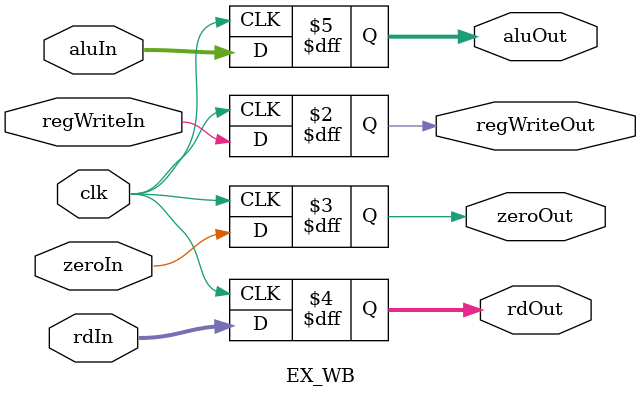
<source format=v>

module EX_WB (
    input regWriteIn,
    input clk, zeroIn,
    input [4:0] rdIn,
    input [31:0] aluIn,

    output reg regWriteOut, zeroOut,
    output reg [4:0] rdOut,
    output reg [31:0] aluOut
);
    always @(posedge clk) begin
        regWriteOut <= regWriteIn;
        rdOut <=rdIn;
        zeroOut <= zeroIn;
        aluOut <= aluIn;
    end
endmodule
</source>
